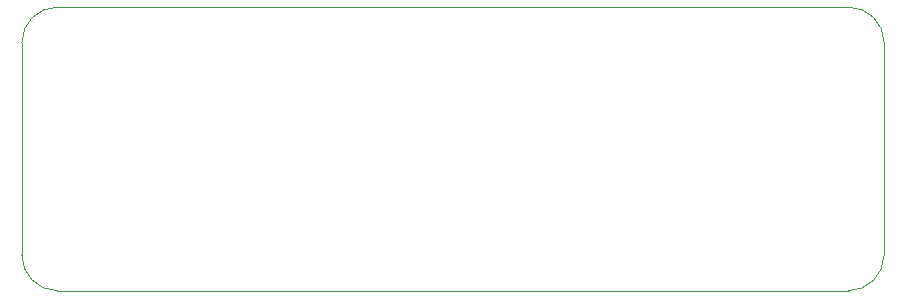
<source format=gbr>
%TF.GenerationSoftware,KiCad,Pcbnew,8.0.5*%
%TF.CreationDate,2024-12-30T19:02:22+01:00*%
%TF.ProjectId,ledPowerConnector,6c656450-6f77-4657-9243-6f6e6e656374,rev?*%
%TF.SameCoordinates,Original*%
%TF.FileFunction,Profile,NP*%
%FSLAX46Y46*%
G04 Gerber Fmt 4.6, Leading zero omitted, Abs format (unit mm)*
G04 Created by KiCad (PCBNEW 8.0.5) date 2024-12-30 19:02:22*
%MOMM*%
%LPD*%
G01*
G04 APERTURE LIST*
%TA.AperFunction,Profile*%
%ADD10C,0.050000*%
%TD*%
G04 APERTURE END LIST*
D10*
X115000000Y-93000000D02*
X182000000Y-93000000D01*
X182000000Y-93000000D02*
G75*
G02*
X185000000Y-96000000I0J-3000000D01*
G01*
X115000000Y-117000000D02*
G75*
G02*
X112000000Y-114000000I0J3000000D01*
G01*
X112000000Y-96000000D02*
G75*
G02*
X115000000Y-93000000I3000000J0D01*
G01*
X185000000Y-96000000D02*
X185000000Y-114000000D01*
X115000000Y-117000000D02*
X182000000Y-117000000D01*
X112000000Y-96000000D02*
X112000000Y-114000000D01*
X185000000Y-114000000D02*
G75*
G02*
X182000000Y-117000000I-3000000J0D01*
G01*
M02*

</source>
